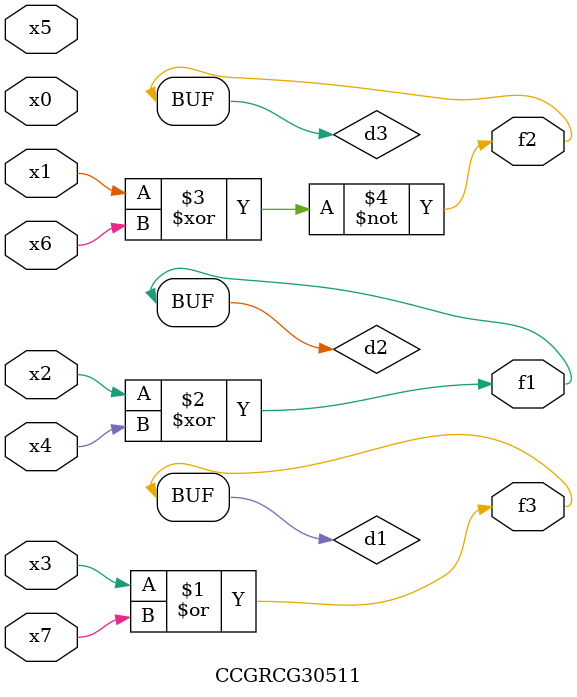
<source format=v>
module CCGRCG30511(
	input x0, x1, x2, x3, x4, x5, x6, x7,
	output f1, f2, f3
);

	wire d1, d2, d3;

	or (d1, x3, x7);
	xor (d2, x2, x4);
	xnor (d3, x1, x6);
	assign f1 = d2;
	assign f2 = d3;
	assign f3 = d1;
endmodule

</source>
